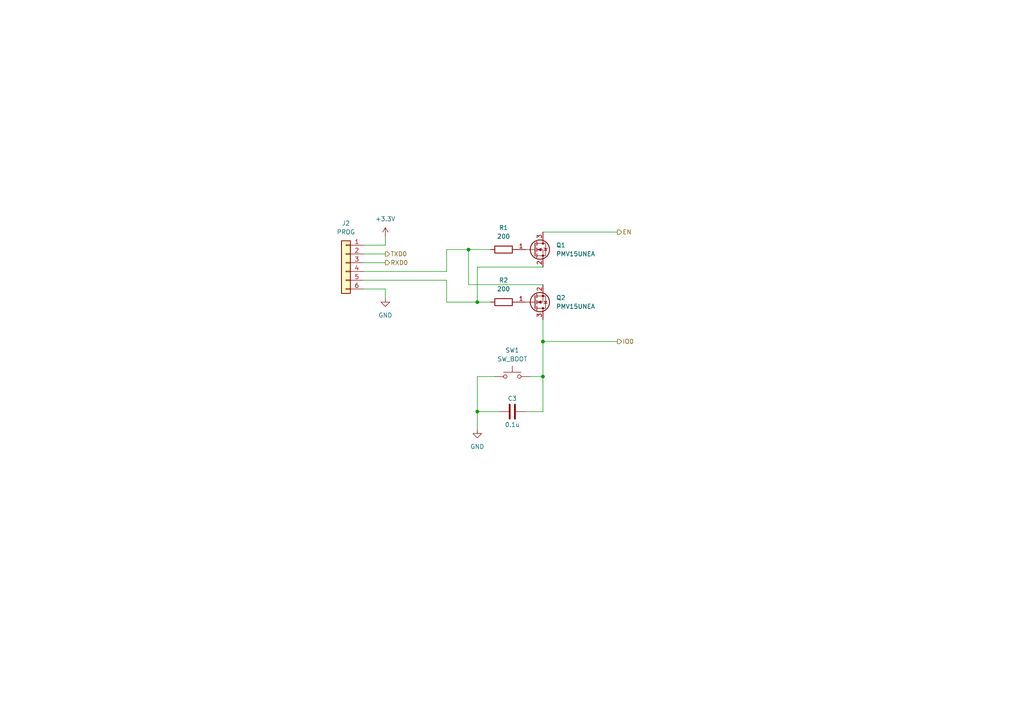
<source format=kicad_sch>
(kicad_sch (version 20211123) (generator eeschema)
  (paper "A4")
  (lib_symbols
    (symbol "Connector_Generic:Conn_01x06" (pin_names (offset 1.016) hide)
      (property "Reference" "J" (at 0 7.62 0))
      (property "Value" "Conn_01x06" (at 0 -10.16 0))
      (symbol "Conn_01x06_1_1"
        (rectangle (start -1.27 -7.493) (end 0 -7.747) (stroke (width 0.1524)))
        (rectangle (start -1.27 -4.953) (end 0 -5.207) (stroke (width 0.1524)))
        (rectangle (start -1.27 -2.413) (end 0 -2.667) (stroke (width 0.1524)))
        (rectangle (start -1.27 0.127) (end 0 -0.127) (stroke (width 0.1524)))
        (rectangle (start -1.27 2.667) (end 0 2.413) (stroke (width 0.1524)))
        (rectangle (start -1.27 5.207) (end 0 4.953) (stroke (width 0.1524)))
        (rectangle (start -1.27 6.35) (end 1.27 -8.89) (stroke (width 0.254)) (fill (type background)))
        (pin passive line (at -5.08 5.08 0) (length 3.81) (name "Pin_1") (number "1"))
        (pin passive line (at -5.08 2.54 0) (length 3.81) (name "Pin_2") (number "2"))
        (pin passive line (at -5.08 0 0) (length 3.81) (name "Pin_3") (number "3"))
        (pin passive line (at -5.08 -2.54 0) (length 3.81) (name "Pin_4") (number "4"))
        (pin passive line (at -5.08 -5.08 0) (length 3.81) (name "Pin_5") (number "5"))
        (pin passive line (at -5.08 -7.62 0) (length 3.81) (name "Pin_6") (number "6"))
      )
    )
    (symbol "Device:C" (pin_numbers hide) (pin_names (offset 0.254))
      (property "Reference" "C" (at 0.635 2.54 0))
      (property "Value" "C" (at 0.635 -2.54 0))
      (symbol "C_0_1"
        (polyline (pts (xy -2.032 -0.762) (xy 2.032 -0.762)) (stroke (width 0.508)))
        (polyline (pts (xy -2.032 0.762) (xy 2.032 0.762)) (stroke (width 0.508)))
      )
      (symbol "C_1_1"
        (pin passive line (at 0 3.81 270) (length 2.794) (name "~") (number "1"))
        (pin passive line (at 0 -3.81 90) (length 2.794) (name "~") (number "2"))
      )
    )
    (symbol "Device:Q_NMOS_GSD" (pin_names (offset 0) hide)
      (property "Reference" "Q" (at 5.08 1.27 0))
      (property "Value" "Q_NMOS_GSD" (at 5.08 -1.27 0))
      (symbol "Q_NMOS_GSD_0_1"
        (polyline (pts (xy 0.254 0) (xy -2.54 0)))
        (polyline (pts (xy 0.254 1.905) (xy 0.254 -1.905)) (stroke (width 0.254)))
        (polyline (pts (xy 0.762 -1.27) (xy 0.762 -2.286)) (stroke (width 0.254)))
        (polyline (pts (xy 0.762 0.508) (xy 0.762 -0.508)) (stroke (width 0.254)))
        (polyline (pts (xy 0.762 2.286) (xy 0.762 1.27)) (stroke (width 0.254)))
        (polyline (pts (xy 2.54 2.54) (xy 2.54 1.778)))
        (polyline (pts (xy 2.54 -2.54) (xy 2.54 0) (xy 0.762 0)))
        (polyline (pts (xy 0.762 -1.778) (xy 3.302 -1.778) (xy 3.302 1.778) (xy 0.762 1.778)))
        (polyline (pts (xy 1.016 0) (xy 2.032 0.381) (xy 2.032 -0.381) (xy 1.016 0)) (fill (type outline)))
        (polyline (pts (xy 2.794 0.508) (xy 2.921 0.381) (xy 3.683 0.381) (xy 3.81 0.254)))
        (polyline (pts (xy 3.302 0.381) (xy 2.921 -0.254) (xy 3.683 -0.254) (xy 3.302 0.381)))
        (circle (center 1.651 0) (radius 2.794) (stroke (width 0.254)))
        (circle (center 2.54 -1.778) (radius 0.254) (fill (type outline)))
        (circle (center 2.54 1.778) (radius 0.254) (fill (type outline)))
      )
      (symbol "Q_NMOS_GSD_1_1"
        (pin input line (at -5.08 0 0) (length 2.54) (name "G") (number "1"))
        (pin passive line (at 2.54 -5.08 90) (length 2.54) (name "S") (number "2"))
        (pin passive line (at 2.54 5.08 270) (length 2.54) (name "D") (number "3"))
      )
    )
    (symbol "Device:R" (pin_numbers hide) (pin_names (offset 0))
      (property "Reference" "R" (at 2.032 0 90))
      (property "Value" "R" (at 0 0 90))
      (symbol "R_0_1"
        (rectangle (start -1.016 -2.54) (end 1.016 2.54) (stroke (width 0.254)))
      )
      (symbol "R_1_1"
        (pin passive line (at 0 3.81 270) (length 1.27) (name "~") (number "1"))
        (pin passive line (at 0 -3.81 90) (length 1.27) (name "~") (number "2"))
      )
    )
    (symbol "Switch:SW_Push" (pin_numbers hide) (pin_names (offset 1.016) hide)
      (property "Reference" "SW" (at 1.27 2.54 0))
      (property "Value" "SW_Push" (at 0 -1.524 0))
      (symbol "SW_Push_0_1"
        (circle (center -2.032 0) (radius 0.508))
        (polyline (pts (xy 0 1.27) (xy 0 3.048)))
        (polyline (pts (xy 2.54 1.27) (xy -2.54 1.27)))
        (circle (center 2.032 0) (radius 0.508))
        (pin passive line (at -5.08 0 0) (length 2.54) (name "1") (number "1"))
        (pin passive line (at 5.08 0 180) (length 2.54) (name "2") (number "2"))
      )
    )
    (symbol "power:+3.3V" (power) (pin_names (offset 0))
      (property "Value" "+3.3V" (at 0 3.556 0))
      (symbol "+3.3V_0_1"
        (polyline (pts (xy -0.762 1.27) (xy 0 2.54)))
        (polyline (pts (xy 0 0) (xy 0 2.54)))
        (polyline (pts (xy 0 2.54) (xy 0.762 1.27)))
      )
      (symbol "+3.3V_1_1"
        (pin power_in line (at 0 0 90) (length 0) hide (name "+3.3V") (number "1"))
      )
    )
    (symbol "power:GND" (power) (pin_names (offset 0))
      (property "Value" "GND" (at 0 -3.81 0))
      (symbol "GND_0_1"
        (polyline (pts (xy 0 0) (xy 0 -1.27) (xy 1.27 -1.27) (xy 0 -2.54) (xy -1.27 -1.27) (xy 0 -1.27)))
      )
      (symbol "GND_1_1"
        (pin power_in line (at 0 0 270) (length 0) hide (name "GND") (number "1"))
      )
    )
  )
  (junction (at 135.89 72.39))
  (junction (at 157.48 109.22))
  (junction (at 138.43 119.38))
  (junction (at 138.43 87.63))
  (junction (at 157.48 99.06))
  (wire (pts (xy 157.48 67.31) (xy 179.07 67.31)))
  (wire (pts (xy 138.43 77.47) (xy 157.48 77.47)))
  (wire (pts (xy 129.54 72.39) (xy 129.54 78.74)))
  (wire (pts (xy 105.41 76.2) (xy 111.76 76.2)))
  (wire (pts (xy 138.43 109.22) (xy 138.43 119.38)))
  (wire (pts (xy 138.43 77.47) (xy 138.43 87.63)))
  (wire (pts (xy 111.76 71.12) (xy 111.76 68.58)))
  (wire (pts (xy 111.76 83.82) (xy 111.76 86.36)))
  (wire (pts (xy 129.54 72.39) (xy 135.89 72.39)))
  (wire (pts (xy 157.48 99.06) (xy 157.48 109.22)))
  (wire (pts (xy 152.4 119.38) (xy 157.48 119.38)))
  (wire (pts (xy 138.43 119.38) (xy 138.43 124.46)))
  (wire (pts (xy 157.48 119.38) (xy 157.48 109.22)))
  (wire (pts (xy 138.43 119.38) (xy 144.78 119.38)))
  (wire (pts (xy 138.43 87.63) (xy 142.24 87.63)))
  (wire (pts (xy 105.41 81.28) (xy 129.54 81.28)))
  (wire (pts (xy 105.41 71.12) (xy 111.76 71.12)))
  (wire (pts (xy 153.67 109.22) (xy 157.48 109.22)))
  (wire (pts (xy 157.48 99.06) (xy 157.48 92.71)))
  (wire (pts (xy 135.89 72.39) (xy 142.24 72.39)))
  (wire (pts (xy 157.48 99.06) (xy 179.07 99.06)))
  (wire (pts (xy 105.41 83.82) (xy 111.76 83.82)))
  (wire (pts (xy 129.54 81.28) (xy 129.54 87.63)))
  (wire (pts (xy 105.41 78.74) (xy 129.54 78.74)))
  (wire (pts (xy 138.43 109.22) (xy 143.51 109.22)))
  (wire (pts (xy 135.89 82.55) (xy 157.48 82.55)))
  (wire (pts (xy 129.54 87.63) (xy 138.43 87.63)))
  (wire (pts (xy 105.41 73.66) (xy 111.76 73.66)))
  (wire (pts (xy 135.89 82.55) (xy 135.89 72.39)))
  (hierarchical_label "EN" (shape output) (at 179.07 67.31 0))
  (hierarchical_label "TXD0" (shape output) (at 111.76 73.66 0))
  (hierarchical_label "RXD0" (shape output) (at 111.76 76.2 0))
  (hierarchical_label "IO0" (shape output) (at 179.07 99.06 0))
  (symbol (lib_id "power:GND") (at 111.76 86.36 0) (unit 1)
    (property "Reference" "#PWR08" (effects hide))
    (property "Value" "GND" (at 111.76 91.44 0))
  )
  (symbol (lib_id "Connector_Generic:Conn_01x06") (at 100.33 76.2 0) (mirror y) (unit 1)
    (property "Reference" "J2" (at 100.33 64.77 0))
    (property "Value" "PROG" (at 100.33 67.31 0))
  )
  (symbol (lib_id "Switch:SW_Push") (at 148.59 109.22 0) (unit 1)
    (property "Reference" "SW1" (at 148.59 101.6 0))
    (property "Value" "SW_BOOT" (at 148.59 104.14 0))
  )
  (symbol (lib_id "power:GND") (at 138.43 124.46 0) (unit 1)
    (property "Reference" "#PWR09" (effects hide))
    (property "Value" "GND" (at 138.43 129.54 0))
  )
  (symbol (lib_id "Device:Q_NMOS_GSD") (at 154.94 72.39 0) (unit 1)
    (property "Reference" "Q1" (at 161.29 71.1199 0) (effects (justify left)))
    (property "Value" "PMV15UNEA" (at 161.29 73.6599 0) (effects (justify left)))
  )
  (symbol (lib_id "Device:R") (at 146.05 72.39 90) (unit 1)
    (property "Reference" "R1" (at 146.05 66.04 90))
    (property "Value" "200" (at 146.05 68.58 90))
  )
  (symbol (lib_id "power:+3.3V") (at 111.76 68.58 0) (unit 1)
    (property "Reference" "#PWR07" (effects hide))
    (property "Value" "+3.3V" (at 111.76 63.5 0))
  )
  (symbol (lib_id "Device:Q_NMOS_GSD") (at 154.94 87.63 0) (mirror x) (unit 1)
    (property "Reference" "Q2" (at 161.29 86.3599 0) (effects (justify left)))
    (property "Value" "PMV15UNEA" (at 161.29 88.8999 0) (effects (justify left)))
  )
  (symbol (lib_id "Device:C") (at 148.59 119.38 90) (unit 1)
    (property "Reference" "C3" (at 148.59 115.57 90))
    (property "Value" "0.1u" (at 148.59 123.19 90))
  )
  (symbol (lib_id "Device:R") (at 146.05 87.63 90) (unit 1)
    (property "Reference" "R2" (at 146.05 81.28 90))
    (property "Value" "200" (at 146.05 83.82 90))
  )
)
</source>
